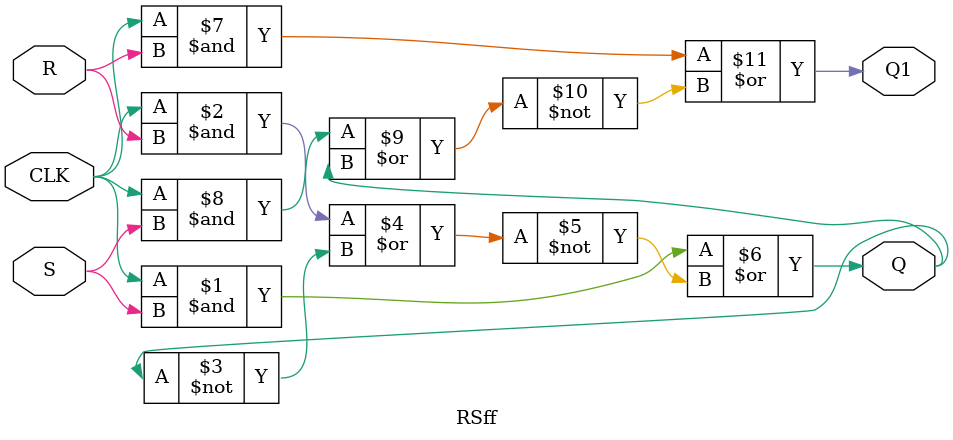
<source format=v>
`timescale 1ns / 1ps

module RSff(
input CLK, S, R,
output Q, Q1
    );

assign Q = (CLK&S) | ~((CLK&R)|~Q); 
assign Q1 = (CLK&R) | ~((CLK&S)|Q); 

endmodule

</source>
